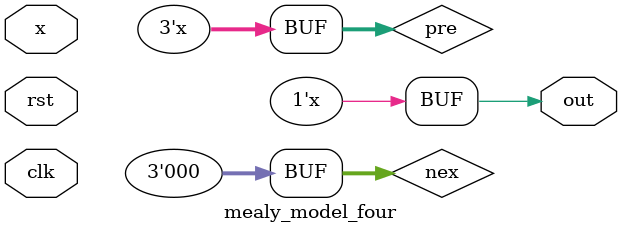
<source format=v>
module mealy_model_four(x,clk,rst,out);
input clk,rst,x;
output reg out;
parameter s0=2'b00,s1=2'b01,s2=2'b10,s3=2'b10;
reg[2:0]pre,nex;
always @(posedge clk,posedge rst)
begin
if(rst)
pre=2'b00;
else
pre=nex;
end
always @(pre,x)
begin
case(pre)
s0:begin
if(x==2'b00)
nex=s0;
else if(x==2'b01)
pre=s1;
else if(x==2'b10)
pre=s2;
else
pre=s3;
end
s1:begin
if(x==2'b00)
nex=s0;
else if(x==2'b01)
nex=s1;
else if(x==2'b10)
nex=s2;
else
nex=s3;
end
s2:begin
if(x==2'b00)
nex=s0;
else if(x==2'b01)
nex=s1;
else if(x==2'b10)
nex=s2;
else
nex=s3;
end
s3:begin
if(x==2'b00)
nex=s2;
else if(x==2'b01)
nex=s1;
else if(x==2'b10)
nex=s0;
else
nex=s3;
out=1'b1;
end
default:nex=s0;
endcase
end
always @(pre)
begin 
 case(pre) 
 s0:  out = 0;
 s1:  out = 1;
 s2:  out = 0;
 s3: out = 0;
 default:  out = 0;
 endcase
end 
endmodule

</source>
